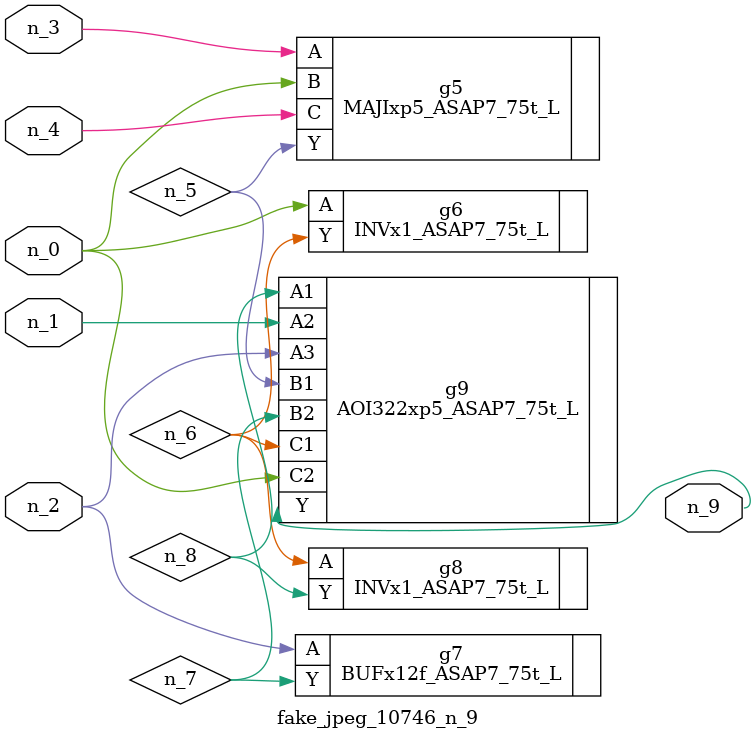
<source format=v>
module fake_jpeg_10746_n_9 (n_3, n_2, n_1, n_0, n_4, n_9);

input n_3;
input n_2;
input n_1;
input n_0;
input n_4;

output n_9;

wire n_8;
wire n_6;
wire n_5;
wire n_7;

MAJIxp5_ASAP7_75t_L g5 ( 
.A(n_3),
.B(n_0),
.C(n_4),
.Y(n_5)
);

INVx1_ASAP7_75t_L g6 ( 
.A(n_0),
.Y(n_6)
);

BUFx12f_ASAP7_75t_L g7 ( 
.A(n_2),
.Y(n_7)
);

INVx1_ASAP7_75t_L g8 ( 
.A(n_6),
.Y(n_8)
);

AOI322xp5_ASAP7_75t_L g9 ( 
.A1(n_8),
.A2(n_1),
.A3(n_2),
.B1(n_5),
.B2(n_7),
.C1(n_6),
.C2(n_0),
.Y(n_9)
);


endmodule
</source>
